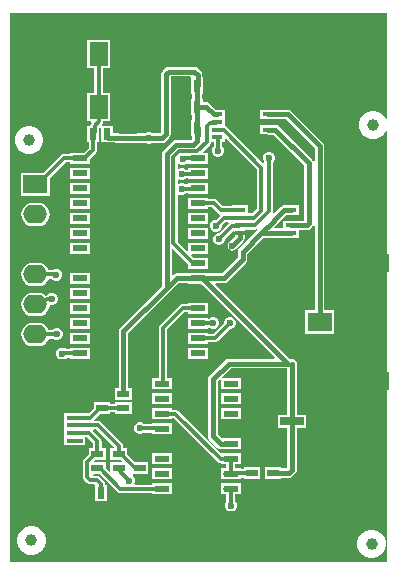
<source format=gtl>
G04*
G04 #@! TF.GenerationSoftware,Altium Limited,Altium Designer,21.6.4 (81)*
G04*
G04 Layer_Physical_Order=1*
G04 Layer_Color=255*
%FSLAX25Y25*%
%MOIN*%
G70*
G04*
G04 #@! TF.SameCoordinates,35DD912C-F110-465F-AF13-46C66D0AF481*
G04*
G04*
G04 #@! TF.FilePolarity,Positive*
G04*
G01*
G75*
%ADD10C,0.01181*%
%ADD14R,0.05315X0.01575*%
%ADD15R,0.05512X0.06299*%
%ADD16R,0.07480X0.07480*%
%ADD17R,0.05000X0.02008*%
%ADD18R,0.03740X0.01575*%
%ADD19R,0.07874X0.02756*%
%ADD20R,0.03937X0.02362*%
%ADD21R,0.02362X0.03937*%
%ADD36C,0.01575*%
G04:AMPARAMS|DCode=37|XSize=78.74mil|YSize=47.24mil|CornerRadius=11.81mil|HoleSize=0mil|Usage=FLASHONLY|Rotation=0.000|XOffset=0mil|YOffset=0mil|HoleType=Round|Shape=RoundedRectangle|*
%AMROUNDEDRECTD37*
21,1,0.07874,0.02362,0,0,0.0*
21,1,0.05512,0.04724,0,0,0.0*
1,1,0.02362,0.02756,-0.01181*
1,1,0.02362,-0.02756,-0.01181*
1,1,0.02362,-0.02756,0.01181*
1,1,0.02362,0.02756,0.01181*
%
%ADD37ROUNDEDRECTD37*%
%ADD38R,0.06299X0.07874*%
%ADD39R,0.07874X0.06299*%
%ADD40O,0.07874X0.06299*%
%ADD41C,0.03937*%
%ADD42C,0.02362*%
G36*
X126969Y148847D02*
X126469Y148713D01*
X125926Y149653D01*
X125047Y150532D01*
X123969Y151154D01*
X122768Y151476D01*
X121524D01*
X120322Y151154D01*
X119245Y150532D01*
X118365Y149653D01*
X117743Y148575D01*
X117421Y147374D01*
Y146130D01*
X117743Y144928D01*
X118365Y143851D01*
X119245Y142972D01*
X120322Y142350D01*
X121524Y142028D01*
X122768D01*
X123969Y142350D01*
X125047Y142972D01*
X125926Y143851D01*
X126469Y144790D01*
X126969Y144657D01*
Y984D01*
X984D01*
Y184055D01*
X126969D01*
Y148847D01*
D02*
G37*
%LPC*%
G36*
X34646Y175197D02*
X26772D01*
Y165748D01*
X29304D01*
Y157480D01*
X26772D01*
Y148031D01*
X28164D01*
X28280Y147751D01*
X28324Y147531D01*
X28033Y147096D01*
X27926Y146558D01*
Y146457D01*
X26772D01*
Y140945D01*
X27335D01*
Y139066D01*
X25710Y137441D01*
X21122D01*
Y137055D01*
X19173D01*
X18636Y136948D01*
X18180Y136643D01*
X12383Y130847D01*
X4921D01*
Y122973D01*
X14370D01*
Y128860D01*
X19755Y134245D01*
X21122D01*
Y133858D01*
X27697D01*
Y135454D01*
X29734Y137491D01*
X30038Y137947D01*
X30145Y138484D01*
Y140945D01*
X30709D01*
Y144156D01*
X30736Y144291D01*
Y145844D01*
X31007Y146055D01*
X31496Y145835D01*
Y140945D01*
X33703D01*
X33858Y140914D01*
X33858Y140914D01*
X36023D01*
X36135Y140839D01*
X36749Y140717D01*
X36749Y140717D01*
X46697D01*
X47122Y140541D01*
X47905D01*
X48330Y140717D01*
X51772D01*
X51772Y140717D01*
X52386Y140839D01*
X52907Y141188D01*
X54285Y142565D01*
X54633Y143086D01*
X54755Y143701D01*
X54755Y143701D01*
Y162961D01*
X61086D01*
X61417Y162598D01*
Y157087D01*
X61780D01*
Y155512D01*
X61417D01*
Y150000D01*
X61780D01*
Y148425D01*
X61417D01*
Y142913D01*
X61780D01*
Y142004D01*
X61579Y141803D01*
X56634D01*
X56634Y141803D01*
X56019Y141680D01*
X55498Y141332D01*
X52310Y138143D01*
X51961Y137622D01*
X51839Y137008D01*
X51839Y137008D01*
Y93086D01*
X37841Y79088D01*
X37493Y78567D01*
X37371Y77953D01*
X37371Y77953D01*
Y59055D01*
X36220D01*
Y55118D01*
X41732D01*
Y59055D01*
X40582D01*
Y77288D01*
X54580Y91286D01*
X57358Y94064D01*
X60492D01*
Y93858D01*
X64796D01*
X89363Y69292D01*
X89171Y68830D01*
X73993D01*
X73993Y68830D01*
X73379Y68708D01*
X72858Y68360D01*
X67624Y63126D01*
X67276Y62605D01*
X67154Y61991D01*
X67154Y61991D01*
Y42913D01*
X67154Y42913D01*
X67276Y42299D01*
X67624Y41778D01*
X70203Y39199D01*
X70724Y38851D01*
X70950Y38806D01*
X71417Y38661D01*
Y38661D01*
X71417Y38661D01*
X77992D01*
Y42244D01*
X71700D01*
X70366Y43578D01*
Y61326D01*
X70917Y61878D01*
X71417Y61671D01*
Y58661D01*
X77992D01*
Y62244D01*
X71991D01*
X71784Y62744D01*
X74659Y65619D01*
X93572D01*
Y50197D01*
X90453D01*
Y45866D01*
X93572D01*
Y32555D01*
X93331Y32314D01*
X91634D01*
Y32677D01*
X86122D01*
Y28740D01*
X91634D01*
Y29103D01*
X93996D01*
X93996Y29103D01*
X94611Y29225D01*
X95131Y29573D01*
X96312Y30754D01*
X96312Y30754D01*
X96661Y31275D01*
X96783Y31890D01*
X96783Y31890D01*
Y45866D01*
X99902D01*
Y50197D01*
X96783D01*
Y67224D01*
X96661Y67839D01*
X96312Y68360D01*
X95792Y68708D01*
X95177Y68830D01*
X94563Y68708D01*
X94518Y68678D01*
X69614Y93582D01*
X69805Y94044D01*
X72458D01*
X72458Y94044D01*
X73072Y94166D01*
X73593Y94514D01*
X79875Y100796D01*
X79875Y100796D01*
X80224Y101317D01*
X80346Y101932D01*
Y103826D01*
X85643Y109123D01*
X94882D01*
X95037Y109153D01*
X97539D01*
Y111682D01*
X100098D01*
X100098Y111682D01*
X100713Y111804D01*
X101234Y112152D01*
X101923Y112841D01*
X102225Y113293D01*
X102502Y113285D01*
X102725Y113210D01*
Y84941D01*
X99606D01*
Y77067D01*
X109055D01*
Y84941D01*
X105936D01*
Y139764D01*
X105936Y139764D01*
X105814Y140378D01*
X105466Y140899D01*
X94935Y151431D01*
X94414Y151779D01*
X93799Y151901D01*
X93799Y151901D01*
X87303D01*
X87148Y151870D01*
X84646D01*
Y148721D01*
X87148D01*
X87303Y148690D01*
X93134D01*
X102725Y139099D01*
Y134785D01*
X102502Y134710D01*
X102225Y134701D01*
X101923Y135154D01*
X101923Y135154D01*
X90764Y146312D01*
X90243Y146661D01*
X89961Y146717D01*
X89961Y146752D01*
X89629Y146783D01*
X89629Y146783D01*
X89473Y146783D01*
X87303D01*
X87148Y146752D01*
X84646D01*
Y143602D01*
X87148D01*
X87303Y143571D01*
X88964D01*
X99182Y133353D01*
Y114893D01*
X94882D01*
X94727Y114862D01*
X92224D01*
Y112334D01*
X89507D01*
X89316Y112796D01*
X90243Y113723D01*
X90243Y113723D01*
X90441Y114020D01*
X93221Y116800D01*
X94882D01*
X95037Y116831D01*
X97539D01*
Y119980D01*
X95037D01*
X94882Y120011D01*
X92556D01*
X92401Y119980D01*
X92224D01*
Y119945D01*
X91942Y119889D01*
X91421Y119541D01*
X91421Y119541D01*
X89127Y117247D01*
X88893Y117367D01*
X88715Y117542D01*
X88806Y118004D01*
Y134448D01*
X89070Y134712D01*
X89370Y135435D01*
Y136218D01*
X89070Y136942D01*
X88517Y137496D01*
X87793Y137795D01*
X87010D01*
X86286Y137496D01*
X85733Y136942D01*
X85433Y136218D01*
Y135435D01*
X85733Y134712D01*
X85884Y134561D01*
X85844Y134252D01*
X85325Y134063D01*
X73415Y145974D01*
X72959Y146278D01*
X72835Y146303D01*
Y148721D01*
Y151870D01*
X70332D01*
X70177Y151901D01*
X69760D01*
X67769Y153891D01*
X67248Y154239D01*
X66634Y154362D01*
X66634Y154362D01*
X65354D01*
Y155512D01*
X64991D01*
Y157087D01*
X65354D01*
Y162598D01*
X65287D01*
Y163484D01*
X65287Y163484D01*
X65165Y164099D01*
X64816Y164620D01*
X63734Y165702D01*
X63213Y166050D01*
X62598Y166173D01*
X62598Y166173D01*
X54072D01*
X53458Y166050D01*
X52937Y165702D01*
X52937Y165702D01*
X52014Y164780D01*
X51666Y164259D01*
X51544Y163644D01*
X51544Y163644D01*
Y144366D01*
X51107Y143929D01*
X48878D01*
X48629Y144178D01*
X47905Y144478D01*
X47122D01*
X46398Y144178D01*
X46148Y143929D01*
X37279D01*
X37167Y144003D01*
X36552Y144125D01*
X36552Y144125D01*
X35433D01*
Y146457D01*
X31923D01*
X31723Y146897D01*
X31712Y146957D01*
X32007Y147398D01*
X32114Y147936D01*
Y148031D01*
X34646D01*
Y157480D01*
X32114D01*
Y165748D01*
X34646D01*
Y175197D01*
D02*
G37*
G36*
X8102Y146457D02*
X6858D01*
X5657Y146135D01*
X4579Y145513D01*
X3700Y144633D01*
X3078Y143556D01*
X2756Y142354D01*
Y141110D01*
X3078Y139909D01*
X3700Y138831D01*
X4579Y137952D01*
X5657Y137330D01*
X6858Y137008D01*
X8102D01*
X9304Y137330D01*
X10381Y137952D01*
X11261Y138831D01*
X11883Y139909D01*
X12205Y141110D01*
Y142354D01*
X11883Y143556D01*
X11261Y144633D01*
X10381Y145513D01*
X9304Y146135D01*
X8102Y146457D01*
D02*
G37*
G36*
X27697Y132441D02*
X21122D01*
Y128858D01*
X27697D01*
Y132441D01*
D02*
G37*
G36*
Y127441D02*
X21122D01*
Y123858D01*
X27697D01*
Y127441D01*
D02*
G37*
G36*
Y122441D02*
X21122D01*
Y118858D01*
X27697D01*
Y122441D01*
D02*
G37*
G36*
Y117441D02*
X21122D01*
Y113858D01*
X27697D01*
Y117441D01*
D02*
G37*
G36*
X10433Y120880D02*
X8858D01*
X7830Y120745D01*
X6873Y120348D01*
X6050Y119717D01*
X5419Y118895D01*
X5023Y117937D01*
X4887Y116909D01*
X5023Y115882D01*
X5419Y114924D01*
X6050Y114102D01*
X6873Y113470D01*
X7830Y113074D01*
X8858Y112938D01*
X10433D01*
X11461Y113074D01*
X12419Y113470D01*
X13241Y114102D01*
X13872Y114924D01*
X14269Y115882D01*
X14404Y116909D01*
X14269Y117937D01*
X13872Y118895D01*
X13241Y119717D01*
X12419Y120348D01*
X11461Y120745D01*
X10433Y120880D01*
D02*
G37*
G36*
X27697Y112441D02*
X21122D01*
Y108858D01*
X27697D01*
Y112441D01*
D02*
G37*
G36*
Y107441D02*
X21122D01*
Y103858D01*
X27697D01*
Y107441D01*
D02*
G37*
G36*
X10433Y100880D02*
X8858D01*
X7830Y100745D01*
X6873Y100348D01*
X6050Y99717D01*
X5419Y98895D01*
X5023Y97937D01*
X4887Y96909D01*
X5023Y95882D01*
X5419Y94924D01*
X6050Y94102D01*
X6873Y93471D01*
X7830Y93074D01*
X8858Y92939D01*
X10433D01*
X11461Y93074D01*
X12419Y93471D01*
X13241Y94102D01*
X13872Y94924D01*
X14112Y95504D01*
X15196D01*
X15519Y95182D01*
X16242Y94882D01*
X17025D01*
X17749Y95182D01*
X18303Y95735D01*
X18602Y96459D01*
Y97242D01*
X18303Y97966D01*
X17749Y98519D01*
X17025Y98819D01*
X16242D01*
X15519Y98519D01*
X15314Y98314D01*
X14112D01*
X13872Y98895D01*
X13241Y99717D01*
X12419Y100348D01*
X11461Y100745D01*
X10433Y100880D01*
D02*
G37*
G36*
X27697Y97441D02*
X21122D01*
Y93858D01*
X27697D01*
Y97441D01*
D02*
G37*
G36*
Y92441D02*
X21122D01*
Y88858D01*
X27697D01*
Y92441D01*
D02*
G37*
G36*
X67067Y87441D02*
X60492D01*
Y87232D01*
X58661D01*
X58124Y87125D01*
X57668Y86820D01*
X51073Y80226D01*
X50769Y79770D01*
X50662Y79232D01*
Y62323D01*
X48583D01*
Y58740D01*
X55158D01*
Y62323D01*
X53472D01*
Y78650D01*
X59243Y84422D01*
X60492D01*
Y83858D01*
X67067D01*
Y87441D01*
D02*
G37*
G36*
X27697D02*
X21122D01*
Y83858D01*
X27697D01*
Y87441D01*
D02*
G37*
G36*
X10433Y90880D02*
X8858D01*
X7830Y90745D01*
X6873Y90348D01*
X6050Y89717D01*
X5419Y88895D01*
X5023Y87937D01*
X4887Y86910D01*
X5023Y85882D01*
X5419Y84924D01*
X6050Y84101D01*
X6873Y83470D01*
X7830Y83074D01*
X8858Y82938D01*
X10433D01*
X11461Y83074D01*
X12419Y83470D01*
X13241Y84101D01*
X13872Y84924D01*
X14269Y85882D01*
X14341Y86427D01*
X14630Y86849D01*
X14866Y86849D01*
X15413D01*
X16136Y87149D01*
X16690Y87702D01*
X16990Y88426D01*
Y89209D01*
X16690Y89933D01*
X16136Y90486D01*
X15413Y90786D01*
X14630D01*
X13906Y90486D01*
X13396Y89976D01*
X13005Y89898D01*
X12419Y90348D01*
X11461Y90745D01*
X10433Y90880D01*
D02*
G37*
G36*
X69289Y82677D02*
X68506D01*
X67783Y82377D01*
X67567Y82162D01*
X67067Y82272D01*
Y82441D01*
X60492D01*
Y78858D01*
X67067D01*
Y79229D01*
X67567Y79255D01*
X67783Y79040D01*
X68506Y78740D01*
X69289D01*
X70013Y79040D01*
X70566Y79594D01*
X70866Y80317D01*
Y81100D01*
X70566Y81824D01*
X70013Y82377D01*
X69289Y82677D01*
D02*
G37*
G36*
X27697Y82441D02*
X21122D01*
Y78858D01*
X27697D01*
Y82441D01*
D02*
G37*
G36*
X74801Y82677D02*
X74018D01*
X73294Y82377D01*
X72741Y81824D01*
X72441Y81100D01*
Y80727D01*
X68768Y77055D01*
X67067D01*
Y77441D01*
X60492D01*
Y73858D01*
X67067D01*
Y74245D01*
X69350D01*
X69888Y74352D01*
X70344Y74656D01*
X74428Y78740D01*
X74801D01*
X75524Y79040D01*
X76078Y79594D01*
X76378Y80317D01*
Y81100D01*
X76078Y81824D01*
X75524Y82377D01*
X74801Y82677D01*
D02*
G37*
G36*
X10433Y80880D02*
X8858D01*
X7830Y80745D01*
X6873Y80348D01*
X6050Y79717D01*
X5419Y78895D01*
X5023Y77937D01*
X4887Y76910D01*
X5023Y75882D01*
X5419Y74924D01*
X6050Y74102D01*
X6873Y73470D01*
X7830Y73074D01*
X8858Y72939D01*
X10433D01*
X11461Y73074D01*
X12419Y73470D01*
X13241Y74102D01*
X13872Y74924D01*
X14112Y75504D01*
X15412D01*
X15617Y75300D01*
X16341Y75000D01*
X17124D01*
X17847Y75300D01*
X18401Y75853D01*
X18701Y76577D01*
Y77360D01*
X18401Y78084D01*
X17847Y78637D01*
X17124Y78937D01*
X16341D01*
X15617Y78637D01*
X15294Y78314D01*
X14112D01*
X13872Y78895D01*
X13241Y79717D01*
X12419Y80348D01*
X11461Y80745D01*
X10433Y80880D01*
D02*
G37*
G36*
X27697Y77441D02*
X21122D01*
Y73858D01*
X27697D01*
Y77441D01*
D02*
G37*
G36*
X67067Y72441D02*
X60492D01*
Y68858D01*
X67067D01*
Y72441D01*
D02*
G37*
G36*
X18994Y72539D02*
X18211D01*
X17487Y72240D01*
X16933Y71686D01*
X16634Y70962D01*
Y70179D01*
X16933Y69456D01*
X17487Y68902D01*
X18211Y68602D01*
X18994D01*
X19717Y68902D01*
X20021Y69205D01*
X21122D01*
Y68858D01*
X27697D01*
Y72441D01*
X21122D01*
Y72015D01*
X19942D01*
X19717Y72240D01*
X18994Y72539D01*
D02*
G37*
G36*
X41732Y54331D02*
X36220D01*
Y53767D01*
X34646D01*
Y54331D01*
X29134D01*
Y52381D01*
X27371Y50617D01*
X26181D01*
Y50787D01*
X19291D01*
Y47638D01*
Y45079D01*
Y42520D01*
Y39961D01*
X26181D01*
Y42689D01*
X26905D01*
X28910Y40684D01*
Y38976D01*
X27559D01*
Y37026D01*
X25853Y35320D01*
X25548Y34864D01*
X25442Y34327D01*
Y29453D01*
X25548Y28915D01*
X25853Y28459D01*
X26959Y27353D01*
X27415Y27049D01*
X27953Y26941D01*
X29098D01*
X29528Y26772D01*
Y21260D01*
X33465D01*
Y26772D01*
X32901D01*
Y27165D01*
X32794Y27703D01*
X32489Y28159D01*
X31308Y29340D01*
X30853Y29645D01*
X30315Y29751D01*
X28986D01*
X28944Y29815D01*
X29211Y30315D01*
X31084D01*
X36979Y24420D01*
X37435Y24115D01*
X37972Y24008D01*
X48583D01*
Y23740D01*
X55158D01*
Y27323D01*
X48583D01*
Y26818D01*
X42836D01*
X42554Y27318D01*
X42763Y27822D01*
Y28605D01*
X42463Y29329D01*
X41977Y29815D01*
X42038Y30135D01*
X42130Y30315D01*
X42157Y30315D01*
X47244D01*
Y34252D01*
X44033D01*
X43898Y34279D01*
X42905D01*
X40157Y37026D01*
Y38976D01*
X38807D01*
Y39764D01*
X38700Y40301D01*
X38395Y40757D01*
X31505Y47647D01*
X31049Y47951D01*
X30512Y48059D01*
X29493D01*
X29285Y48559D01*
X31121Y50394D01*
X34646D01*
Y50957D01*
X36220D01*
Y50394D01*
X41732D01*
Y54331D01*
D02*
G37*
G36*
X55158Y57323D02*
X48583D01*
Y53740D01*
X55158D01*
Y57323D01*
D02*
G37*
G36*
X77992Y57244D02*
X71417D01*
Y53661D01*
X77992D01*
Y57244D01*
D02*
G37*
G36*
Y52244D02*
X71417D01*
Y48661D01*
X77992D01*
Y52244D01*
D02*
G37*
G36*
X44880Y47638D02*
X44097D01*
X43373Y47338D01*
X42819Y46784D01*
X42520Y46061D01*
Y45278D01*
X42819Y44554D01*
X43373Y44001D01*
X44097Y43701D01*
X44880D01*
X45603Y44001D01*
X45798Y44195D01*
X48583D01*
Y43740D01*
X55158D01*
Y47323D01*
X48583D01*
Y47005D01*
X45936D01*
X45603Y47338D01*
X44880Y47638D01*
D02*
G37*
G36*
X55158Y37323D02*
X48583D01*
Y33740D01*
X55158D01*
Y37323D01*
D02*
G37*
G36*
Y32323D02*
X48583D01*
Y28740D01*
X55158D01*
Y32323D01*
D02*
G37*
G36*
Y52323D02*
X48583D01*
Y48740D01*
X55158D01*
Y48989D01*
X55698D01*
X70345Y34341D01*
X70801Y34037D01*
X71339Y33930D01*
X71417D01*
Y33661D01*
X73300D01*
Y32244D01*
X71417D01*
Y28661D01*
X77992D01*
Y29176D01*
X79035D01*
Y28740D01*
X84547D01*
Y32677D01*
X79035D01*
Y31986D01*
X77992D01*
Y32244D01*
X76110D01*
Y33661D01*
X77992D01*
Y37244D01*
X71417D01*
X71417Y37244D01*
Y37244D01*
X71081Y37579D01*
X57273Y51387D01*
X56817Y51692D01*
X56279Y51799D01*
X55158D01*
Y52323D01*
D02*
G37*
G36*
X77992Y27244D02*
X71417D01*
Y23661D01*
X73300D01*
Y21261D01*
X73036Y20997D01*
X72736Y20273D01*
Y19490D01*
X73036Y18767D01*
X73590Y18213D01*
X74313Y17913D01*
X75096D01*
X75820Y18213D01*
X76373Y18767D01*
X76673Y19490D01*
Y20273D01*
X76373Y20997D01*
X76110Y21261D01*
Y23661D01*
X77992D01*
Y27244D01*
D02*
G37*
G36*
X8890Y12992D02*
X7646D01*
X6444Y12670D01*
X5367Y12048D01*
X4487Y11169D01*
X3865Y10091D01*
X3543Y8890D01*
Y7646D01*
X3865Y6444D01*
X4487Y5367D01*
X5367Y4487D01*
X6444Y3865D01*
X7646Y3543D01*
X8890D01*
X10091Y3865D01*
X11169Y4487D01*
X12048Y5367D01*
X12670Y6444D01*
X12992Y7646D01*
Y8890D01*
X12670Y10091D01*
X12048Y11169D01*
X11169Y12048D01*
X10091Y12670D01*
X8890Y12992D01*
D02*
G37*
G36*
X122275Y11811D02*
X121032D01*
X119830Y11489D01*
X118753Y10867D01*
X117873Y9988D01*
X117251Y8910D01*
X116929Y7709D01*
Y6465D01*
X117251Y5263D01*
X117873Y4186D01*
X118753Y3306D01*
X119830Y2684D01*
X121032Y2362D01*
X122275D01*
X123477Y2684D01*
X124554Y3306D01*
X125434Y4186D01*
X126056Y5263D01*
X126378Y6465D01*
Y7709D01*
X126056Y8910D01*
X125434Y9988D01*
X124554Y10867D01*
X123477Y11489D01*
X122275Y11811D01*
D02*
G37*
%LPD*%
G36*
X83438Y131977D02*
Y118810D01*
X81879Y117251D01*
X80413D01*
Y119980D01*
X75098D01*
Y119810D01*
X71940D01*
X70108Y121643D01*
X69652Y121948D01*
X69114Y122055D01*
X67067D01*
Y122441D01*
X60492D01*
Y118858D01*
X67067D01*
Y119245D01*
X68532D01*
X70365Y117412D01*
X70821Y117107D01*
X70895Y117093D01*
X71059Y116550D01*
X69667Y115157D01*
X69293D01*
X68570Y114858D01*
X68016Y114304D01*
X67716Y113581D01*
Y112797D01*
X68016Y112074D01*
X68570Y111520D01*
X69293Y111221D01*
X70077D01*
X70800Y111520D01*
X71354Y112074D01*
X71653Y112797D01*
Y113171D01*
X72925Y114442D01*
X73958D01*
X74159Y113942D01*
X70848Y110630D01*
X70475D01*
X69751Y110330D01*
X69197Y109776D01*
X68898Y109053D01*
Y108270D01*
X69197Y107546D01*
X69751Y106993D01*
X70475Y106693D01*
X71258D01*
X71981Y106993D01*
X72535Y107546D01*
X72835Y108270D01*
Y108643D01*
X75555Y111364D01*
X75785Y111335D01*
X76165Y110800D01*
X76150Y110728D01*
Y109622D01*
X74160Y107631D01*
X73812Y107111D01*
X73690Y106496D01*
X73812Y105882D01*
X74160Y105361D01*
X74681Y105013D01*
X75295Y104890D01*
X75910Y105013D01*
X76431Y105361D01*
X78891Y107821D01*
X78891Y107821D01*
X79239Y108342D01*
X79362Y108957D01*
X79362Y108957D01*
Y110728D01*
X79265Y111213D01*
X79548Y111713D01*
X80413D01*
Y111882D01*
X82685D01*
X83223Y111989D01*
X83337Y112066D01*
X83656Y111677D01*
X77605Y105626D01*
X77257Y105105D01*
X77135Y104491D01*
X77135Y104491D01*
Y102597D01*
X71793Y97255D01*
X67067D01*
Y97441D01*
X60492D01*
Y97275D01*
X56693D01*
X56693Y97275D01*
X56078Y97153D01*
X55558Y96805D01*
X55558Y96805D01*
X55512Y96760D01*
X55050Y96951D01*
Y105242D01*
X55512Y105434D01*
X60492Y100454D01*
Y98858D01*
X67067D01*
Y102441D01*
X62479D01*
X61524Y103396D01*
X61715Y103858D01*
X67067D01*
Y107441D01*
X60492D01*
Y105081D01*
X60030Y104890D01*
X57027Y107893D01*
Y123295D01*
X57527Y123610D01*
X57975Y123425D01*
X58758D01*
X59481Y123725D01*
X59873Y124117D01*
X60492D01*
Y123858D01*
X67067D01*
Y127441D01*
X60492D01*
Y126927D01*
X59617D01*
X59481Y127062D01*
X58758Y127362D01*
X57975D01*
X57527Y127177D01*
X57027Y127492D01*
Y128315D01*
X57527Y128572D01*
X58073Y128347D01*
X58856D01*
X59580Y128646D01*
X59992Y129059D01*
X60492Y129032D01*
Y128858D01*
X67067D01*
Y132441D01*
X60492D01*
Y131887D01*
X59676D01*
X59580Y131984D01*
X58856Y132283D01*
X58073D01*
X57527Y132057D01*
X57027Y132315D01*
Y133714D01*
X57527Y133921D01*
X57645Y133804D01*
X58368Y133504D01*
X59151D01*
X59875Y133804D01*
X59992Y133921D01*
X60492Y133858D01*
Y133858D01*
X67067D01*
Y137441D01*
X65652D01*
X65461Y137903D01*
X67726Y140168D01*
X68030Y140624D01*
X68114Y141043D01*
X69068D01*
Y139568D01*
X68804Y139304D01*
X68504Y138581D01*
Y137797D01*
X68804Y137074D01*
X69357Y136520D01*
X70081Y136221D01*
X70864D01*
X71588Y136520D01*
X72141Y137074D01*
X72441Y137797D01*
Y138581D01*
X72141Y139304D01*
X71877Y139568D01*
Y141043D01*
X72835D01*
Y141927D01*
X73297Y142118D01*
X83438Y131977D01*
D02*
G37*
%LPC*%
G36*
X67067Y117441D02*
X60492D01*
Y113858D01*
X67067D01*
Y117441D01*
D02*
G37*
G36*
Y112441D02*
X60492D01*
Y108858D01*
X67067D01*
Y112441D01*
D02*
G37*
%LPD*%
G36*
X35702Y39476D02*
X35495Y38976D01*
X34646D01*
Y35039D01*
X38168D01*
X38457Y34689D01*
X38271Y34252D01*
X34646D01*
Y31380D01*
X34184Y31189D01*
X33071Y32302D01*
Y34252D01*
X29446D01*
X29259Y34689D01*
X29548Y35039D01*
X33071D01*
Y38976D01*
X31720D01*
Y41266D01*
X31613Y41804D01*
X31308Y42259D01*
X28819Y44749D01*
X29026Y45249D01*
X29930D01*
X35702Y39476D01*
D02*
G37*
D10*
X77559Y113091D02*
X77756Y113287D01*
X75295Y113091D02*
X77559D01*
X70866Y108661D02*
X75295Y113091D01*
X69685Y113189D02*
X72342Y115847D01*
X82460D01*
X82685Y113287D02*
X87402Y118004D01*
X77756Y113287D02*
X82685D01*
X82460Y115847D02*
X84842Y118228D01*
X71358Y118405D02*
X77756D01*
X69114Y120650D02*
X71358Y118405D01*
X55622Y107311D02*
Y136123D01*
X57531Y138031D02*
X63602D01*
X55622Y136123D02*
X57531Y138031D01*
X58760Y135473D02*
X58917Y135630D01*
X63760D02*
X63779Y135650D01*
X58917Y135630D02*
X63760D01*
X14795Y88591D02*
X15021Y88817D01*
X9646Y86910D02*
X11818D01*
X13500Y88591D02*
X14795D01*
X11818Y86910D02*
X13500Y88591D01*
X58366Y125394D02*
X58494Y125522D01*
X63652D02*
X63779Y125650D01*
X58494Y125522D02*
X63652D01*
X55622Y107311D02*
X62283Y100650D01*
X16673Y76910D02*
X16732Y76968D01*
X9646Y76910D02*
X16673D01*
X63612Y130482D02*
X63779Y130650D01*
X58632Y130482D02*
X63612D01*
X58465Y130315D02*
X58632Y130482D01*
X16575Y96909D02*
X16634Y96850D01*
X9646Y96909D02*
X16575D01*
X63779Y120650D02*
X69114D01*
X25905Y135650D02*
X28740Y138484D01*
X10433Y126909D02*
X19173Y135650D01*
X28740Y138484D02*
Y143701D01*
X24409Y135650D02*
X25905D01*
X19173D02*
X24409D01*
X9646Y126909D02*
X10433D01*
X24370Y70610D02*
X24409Y70650D01*
X18642Y70610D02*
X24370D01*
X18602Y70571D02*
X18642Y70610D01*
X44557Y45600D02*
X51801D01*
X44488Y45669D02*
X44557Y45600D01*
X51801D02*
X51870Y45531D01*
X50020Y50394D02*
X52008D01*
X51870Y50532D02*
X52008Y50394D01*
X56279D01*
X37972Y25413D02*
X51752D01*
X51870Y25532D01*
X72835Y25335D02*
X74410D01*
X74705Y19882D02*
Y25039D01*
X74410Y25335D02*
X74705Y25039D01*
X74498Y30522D02*
X74774D01*
X74705Y30709D02*
X74833Y30581D01*
X74705Y30709D02*
Y35453D01*
X74774Y30522D02*
X74833Y30581D01*
X74705Y30453D02*
X74774Y30522D01*
X81545Y30581D02*
X81604Y30522D01*
X74833Y30581D02*
X81545D01*
X52067Y79232D02*
X58661Y85827D01*
X52067Y60728D02*
Y79232D01*
X51870Y60532D02*
X52067Y60728D01*
X63602Y138031D02*
X66732Y141162D01*
X70866Y108661D02*
X71186D01*
X69350Y75650D02*
X74410Y80709D01*
X63779Y75650D02*
X69350D01*
X63779Y80650D02*
X63809Y80679D01*
X68868D01*
X68898Y80709D01*
X62283Y100650D02*
X63779D01*
X66732Y141162D02*
Y146338D01*
X67933Y147539D01*
X70472Y138189D02*
Y142421D01*
X70177Y142618D02*
X70276D01*
X70472Y142421D01*
X84842Y118228D02*
Y132559D01*
X87402Y118004D02*
Y135827D01*
X72421Y144980D02*
X84842Y132559D01*
X70374Y144980D02*
X72421D01*
X70177Y145177D02*
X70374Y144980D01*
X67933Y147539D02*
X69980D01*
X70177Y147736D01*
X28740Y143701D02*
X29331Y144291D01*
Y146558D01*
X30709Y147936D01*
Y152756D01*
Y170472D01*
X58661Y85827D02*
X63602D01*
X63779Y85650D01*
X37402Y31606D02*
X40794Y28214D01*
X37402Y31606D02*
Y32283D01*
X27953Y28346D02*
X30315D01*
X31496Y27165D01*
Y24016D02*
Y27165D01*
X31031Y24481D02*
X31496Y24016D01*
X26846Y29453D02*
X27953Y28346D01*
X50000Y50413D02*
X50020Y50394D01*
X56279D02*
X71339Y35335D01*
X72835D01*
X81604Y30522D02*
X81791Y30709D01*
X72835Y30335D02*
X73022Y30522D01*
X29528Y37008D02*
X30315D01*
X26846Y34327D02*
X29528Y37008D01*
X26846Y29453D02*
Y34327D01*
X31102Y32283D02*
X37972Y25413D01*
X30315Y37008D02*
Y41266D01*
X27487Y44094D02*
X30315Y41266D01*
X22736Y44094D02*
X27487D01*
X38189Y37008D02*
X42323Y32874D01*
X43898D01*
X37402Y37008D02*
X38189D01*
X43898Y32874D02*
X44488Y32283D01*
X37402Y37008D02*
Y39764D01*
X30512Y46654D02*
X37402Y39764D01*
X22736Y46654D02*
X30512D01*
X31890Y52362D02*
X38976D01*
X31890Y52362D02*
X31890Y52362D01*
X27953Y49213D02*
X31102Y52362D01*
X22736Y49213D02*
X27953D01*
X31102Y52362D02*
X31890D01*
D14*
X22736Y49213D02*
D03*
Y46654D02*
D03*
Y44094D02*
D03*
Y41535D02*
D03*
Y38976D02*
D03*
D15*
X21850Y56693D02*
D03*
Y31496D02*
D03*
D16*
X12205Y48819D02*
D03*
Y39370D02*
D03*
D17*
X24409Y135650D02*
D03*
Y130650D02*
D03*
Y125650D02*
D03*
Y120650D02*
D03*
Y115650D02*
D03*
Y110650D02*
D03*
Y105650D02*
D03*
Y100650D02*
D03*
Y95650D02*
D03*
Y90650D02*
D03*
Y85650D02*
D03*
Y80650D02*
D03*
Y75650D02*
D03*
Y70650D02*
D03*
X63779Y135650D02*
D03*
Y130650D02*
D03*
Y125650D02*
D03*
Y120650D02*
D03*
Y115650D02*
D03*
Y110650D02*
D03*
Y105650D02*
D03*
Y100650D02*
D03*
Y95650D02*
D03*
Y90650D02*
D03*
Y85650D02*
D03*
Y80650D02*
D03*
Y75650D02*
D03*
Y70650D02*
D03*
X51870Y50532D02*
D03*
X74705Y45453D02*
D03*
Y55453D02*
D03*
Y60453D02*
D03*
Y25453D02*
D03*
Y30453D02*
D03*
Y35453D02*
D03*
Y40453D02*
D03*
X51870Y35531D02*
D03*
Y40532D02*
D03*
Y45531D02*
D03*
Y60532D02*
D03*
Y55532D02*
D03*
Y25532D02*
D03*
Y30531D02*
D03*
X74705Y50453D02*
D03*
D18*
X87303Y142618D02*
D03*
Y145177D02*
D03*
Y147736D02*
D03*
Y150295D02*
D03*
X70177Y142618D02*
D03*
Y145177D02*
D03*
Y147736D02*
D03*
Y150295D02*
D03*
X94882Y110728D02*
D03*
Y113287D02*
D03*
Y115847D02*
D03*
Y118405D02*
D03*
X77756Y110728D02*
D03*
Y113287D02*
D03*
Y115847D02*
D03*
Y118405D02*
D03*
D19*
X83366Y48031D02*
D03*
X95177D02*
D03*
D20*
X38976Y52362D02*
D03*
Y57087D02*
D03*
X37402Y37008D02*
D03*
Y32283D02*
D03*
X30315Y37008D02*
D03*
Y32283D02*
D03*
X88878Y35433D02*
D03*
Y30709D02*
D03*
X31890Y57087D02*
D03*
Y52362D02*
D03*
X44488Y37008D02*
D03*
Y32283D02*
D03*
X81791Y35433D02*
D03*
Y30709D02*
D03*
D21*
X28740Y143701D02*
D03*
X33465D02*
D03*
X58661Y145669D02*
D03*
X63386D02*
D03*
X58661Y159843D02*
D03*
X63386D02*
D03*
X58661Y152756D02*
D03*
X63386D02*
D03*
X26772Y24016D02*
D03*
X31496D02*
D03*
D36*
X75295Y106496D02*
X77756Y108957D01*
Y110728D01*
X93799Y150295D02*
X104331Y139764D01*
Y81004D02*
Y139764D01*
X100787Y113976D02*
Y134018D01*
X89629Y145177D02*
X100787Y134018D01*
X84978Y110728D02*
X89108Y114859D01*
X84978Y110728D02*
X94882D01*
X78740Y104491D02*
X84978Y110728D01*
X100098Y113287D02*
X100787Y113976D01*
X94882Y113287D02*
X100098D01*
X89108Y114859D02*
Y114957D01*
X92556Y118405D02*
X94882D01*
X89108Y114957D02*
X92556Y118405D01*
X65276Y95650D02*
X72458D01*
X78740Y101932D01*
Y104491D01*
X53445Y92421D02*
Y137008D01*
X56634Y140197D02*
X62244D01*
X53445Y137008D02*
X56634Y140197D01*
X36749Y142323D02*
X51772D01*
X38976Y77953D02*
X53445Y92421D01*
X63386Y141339D02*
Y143307D01*
X53445Y92421D02*
X56693Y95669D01*
X63779Y143307D02*
Y145669D01*
X62244Y140197D02*
X63386Y141339D01*
X66634Y152756D02*
X69095Y150295D01*
X63386Y152756D02*
X66634D01*
X69095Y150295D02*
X70177D01*
X63386Y152756D02*
Y159843D01*
Y145669D02*
Y152756D01*
X63386Y145669D02*
X63386Y145669D01*
X63681Y159941D02*
Y163484D01*
X62598Y164567D02*
X63681Y163484D01*
X53150Y143701D02*
Y163644D01*
X54072Y164567D01*
X62598D01*
X33858Y142520D02*
X36552D01*
X51772Y142323D02*
X53150Y143701D01*
X33465Y142913D02*
Y143701D01*
Y142913D02*
X33858Y142520D01*
X36552D02*
X36749Y142323D01*
X63779Y95650D02*
X65276D01*
X87303Y145177D02*
X89629D01*
X87303Y150295D02*
X93799D01*
X95177Y31890D02*
Y67224D01*
X93996Y30709D02*
X95177Y31890D01*
X73993Y67224D02*
X93701D01*
X71339Y40335D02*
X72835D01*
X68760Y42913D02*
X71339Y40335D01*
X68760Y42913D02*
Y61991D01*
X73993Y67224D01*
X65276Y95650D02*
X93701Y67224D01*
X63760Y95669D02*
X63779Y95650D01*
X56693Y95669D02*
X63760D01*
X38976Y57087D02*
Y77953D01*
X63779Y143307D02*
X63779Y143307D01*
X88878Y30709D02*
X93996D01*
D37*
X12205Y31102D02*
D03*
Y57087D02*
D03*
D38*
X30709Y170472D02*
D03*
X40551Y175394D02*
D03*
X30709Y152756D02*
D03*
X40551Y147835D02*
D03*
D39*
X9646Y126909D02*
D03*
X104331Y81004D02*
D03*
X84252Y100689D02*
D03*
X123622Y100787D02*
D03*
Y61319D02*
D03*
X84252D02*
D03*
D40*
X9646Y116909D02*
D03*
Y106909D02*
D03*
Y96909D02*
D03*
Y86910D02*
D03*
Y76910D02*
D03*
D41*
X121653Y7087D02*
D03*
X8268Y8268D02*
D03*
X122146Y146752D02*
D03*
X7480Y141732D02*
D03*
D42*
X75295Y106496D02*
D03*
X69685Y113189D02*
D03*
X58760Y135473D02*
D03*
X47513Y142510D02*
D03*
X15021Y88817D02*
D03*
X58366Y125394D02*
D03*
X16732Y76968D02*
D03*
X58465Y130315D02*
D03*
X16634Y96850D02*
D03*
X18602Y70571D02*
D03*
X74705Y19882D02*
D03*
X70866Y108661D02*
D03*
X74410Y80709D02*
D03*
X68898D02*
D03*
X70472Y138189D02*
D03*
X87402Y135827D02*
D03*
X44488Y45669D02*
D03*
X40794Y28214D02*
D03*
M02*

</source>
